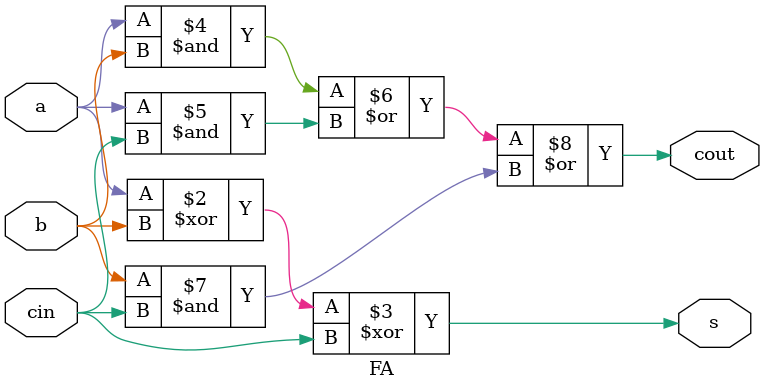
<source format=v>
module FA(
  input a,b,cin,
  output reg s,cout
);
    always @(*) begin
        s = (a ^ b ) ^ cin;
        cout = (a&b) | (a&cin) | (b&cin);
    end
endmodule

</source>
